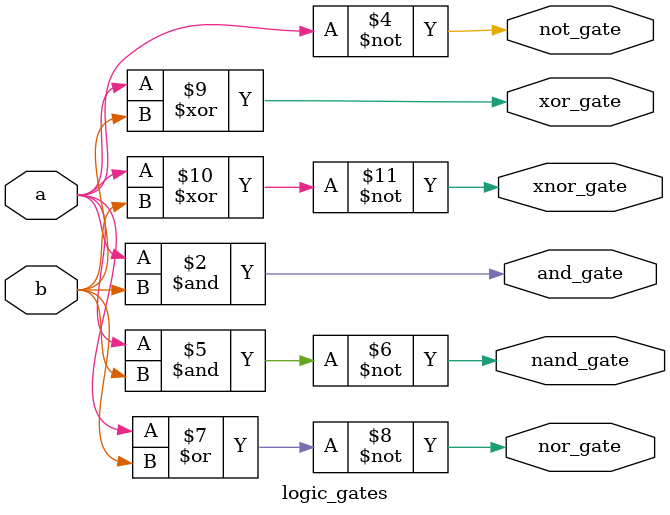
<source format=v>
module logic_gates(
  input a,b,
  output reg and_gate,not_gate,nand_gate,nor_gate,xor_gate,xnor_gate);
  always@(*)
    begin
      and_gate=a&b;
      or_gate=a|b;
      not_gate=~a;
      nand_gate=~(a&b);
      nor_gate=~(a|b);
      xor_gate=a^b;
      xnor_gate=~(a^b);
    end
endmodule
  
  

</source>
